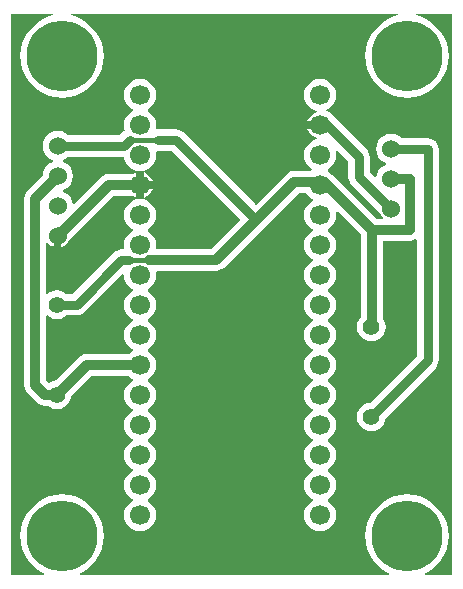
<source format=gbl>
G04 Layer_Physical_Order=2*
G04 Layer_Color=16711680*
%FSLAX24Y24*%
%MOIN*%
G70*
G01*
G75*
%ADD10C,0.2362*%
%ADD11C,0.0669*%
%ADD12C,0.0600*%
%ADD13C,0.0551*%
%ADD14C,0.0157*%
%ADD15C,0.0315*%
%ADD16C,0.0320*%
G36*
X-36500Y40200D02*
X-37401D01*
X-37411Y40249D01*
X-37371Y40266D01*
X-37186Y40379D01*
X-37020Y40520D01*
X-36879Y40686D01*
X-36766Y40871D01*
X-36682Y41072D01*
X-36632Y41283D01*
X-36615Y41500D01*
X-36632Y41717D01*
X-36682Y41928D01*
X-36766Y42129D01*
X-36879Y42314D01*
X-37020Y42480D01*
X-37186Y42621D01*
X-37371Y42734D01*
X-37572Y42818D01*
X-37783Y42868D01*
X-38000Y42885D01*
X-38217Y42868D01*
X-38428Y42818D01*
X-38629Y42734D01*
X-38814Y42621D01*
X-38980Y42480D01*
X-39121Y42314D01*
X-39234Y42129D01*
X-39318Y41928D01*
X-39368Y41717D01*
X-39385Y41500D01*
X-39368Y41283D01*
X-39318Y41072D01*
X-39234Y40871D01*
X-39121Y40686D01*
X-38980Y40520D01*
X-38814Y40379D01*
X-38629Y40266D01*
X-38589Y40249D01*
X-38599Y40200D01*
X-48901D01*
X-48911Y40249D01*
X-48871Y40266D01*
X-48686Y40379D01*
X-48520Y40520D01*
X-48379Y40686D01*
X-48266Y40871D01*
X-48182Y41072D01*
X-48132Y41283D01*
X-48115Y41500D01*
X-48132Y41717D01*
X-48182Y41928D01*
X-48266Y42129D01*
X-48379Y42314D01*
X-48520Y42480D01*
X-48686Y42621D01*
X-48871Y42734D01*
X-49072Y42818D01*
X-49283Y42868D01*
X-49500Y42885D01*
X-49717Y42868D01*
X-49928Y42818D01*
X-50129Y42734D01*
X-50314Y42621D01*
X-50480Y42480D01*
X-50621Y42314D01*
X-50734Y42129D01*
X-50818Y41928D01*
X-50868Y41717D01*
X-50885Y41500D01*
X-50868Y41283D01*
X-50818Y41072D01*
X-50734Y40871D01*
X-50621Y40686D01*
X-50480Y40520D01*
X-50314Y40379D01*
X-50129Y40266D01*
X-50089Y40249D01*
X-50099Y40200D01*
X-51200D01*
Y58900D01*
X-49799D01*
X-49793Y58850D01*
X-49928Y58818D01*
X-50129Y58734D01*
X-50314Y58621D01*
X-50480Y58480D01*
X-50621Y58314D01*
X-50734Y58129D01*
X-50818Y57928D01*
X-50868Y57717D01*
X-50885Y57500D01*
X-50868Y57283D01*
X-50818Y57072D01*
X-50734Y56871D01*
X-50621Y56686D01*
X-50480Y56520D01*
X-50314Y56379D01*
X-50129Y56266D01*
X-49928Y56182D01*
X-49717Y56132D01*
X-49500Y56115D01*
X-49283Y56132D01*
X-49072Y56182D01*
X-48871Y56266D01*
X-48686Y56379D01*
X-48520Y56520D01*
X-48379Y56686D01*
X-48266Y56871D01*
X-48182Y57072D01*
X-48132Y57283D01*
X-48115Y57500D01*
X-48132Y57717D01*
X-48182Y57928D01*
X-48266Y58129D01*
X-48379Y58314D01*
X-48520Y58480D01*
X-48686Y58621D01*
X-48871Y58734D01*
X-49072Y58818D01*
X-49207Y58850D01*
X-49201Y58900D01*
X-38299D01*
X-38293Y58850D01*
X-38428Y58818D01*
X-38629Y58734D01*
X-38814Y58621D01*
X-38980Y58480D01*
X-39121Y58314D01*
X-39234Y58129D01*
X-39318Y57928D01*
X-39368Y57717D01*
X-39385Y57500D01*
X-39368Y57283D01*
X-39318Y57072D01*
X-39234Y56871D01*
X-39121Y56686D01*
X-38980Y56520D01*
X-38814Y56379D01*
X-38629Y56266D01*
X-38428Y56182D01*
X-38217Y56132D01*
X-38000Y56115D01*
X-37783Y56132D01*
X-37572Y56182D01*
X-37371Y56266D01*
X-37186Y56379D01*
X-37020Y56520D01*
X-36879Y56686D01*
X-36766Y56871D01*
X-36682Y57072D01*
X-36632Y57283D01*
X-36615Y57500D01*
X-36632Y57717D01*
X-36682Y57928D01*
X-36766Y58129D01*
X-36879Y58314D01*
X-37020Y58480D01*
X-37186Y58621D01*
X-37371Y58734D01*
X-37572Y58818D01*
X-37707Y58850D01*
X-37701Y58900D01*
X-36500D01*
Y40200D01*
D02*
G37*
%LPC*%
G36*
X-40900Y56739D02*
X-41040Y56721D01*
X-41170Y56667D01*
X-41281Y56581D01*
X-41367Y56470D01*
X-41421Y56340D01*
X-41439Y56200D01*
X-41421Y56060D01*
X-41367Y55930D01*
X-41281Y55819D01*
X-41170Y55733D01*
X-41040Y55679D01*
X-41007Y55675D01*
Y55624D01*
X-41013Y55623D01*
X-41119Y55580D01*
X-41210Y55510D01*
X-41280Y55419D01*
X-41321Y55320D01*
X-40900D01*
Y55080D01*
X-41321D01*
X-41280Y54981D01*
X-41210Y54890D01*
X-41119Y54820D01*
X-41013Y54777D01*
X-41007Y54776D01*
Y54725D01*
X-41040Y54721D01*
X-41170Y54667D01*
X-41281Y54581D01*
X-41367Y54470D01*
X-41421Y54340D01*
X-41439Y54200D01*
X-41421Y54060D01*
X-41367Y53930D01*
X-41281Y53819D01*
X-41192Y53750D01*
X-41184Y53693D01*
X-41187Y53686D01*
X-41200Y53673D01*
X-41760D01*
X-41854Y53661D01*
X-41942Y53624D01*
X-42017Y53567D01*
X-42017Y53567D01*
X-43037Y52547D01*
X-45445Y54955D01*
X-45520Y55012D01*
X-45607Y55048D01*
X-45700Y55061D01*
X-46300D01*
X-46329Y55057D01*
X-46374Y55101D01*
X-46361Y55200D01*
X-46379Y55340D01*
X-46433Y55470D01*
X-46519Y55581D01*
X-46630Y55667D01*
X-46650Y55675D01*
Y55725D01*
X-46630Y55733D01*
X-46519Y55819D01*
X-46433Y55930D01*
X-46379Y56060D01*
X-46361Y56200D01*
X-46379Y56340D01*
X-46433Y56470D01*
X-46519Y56581D01*
X-46630Y56667D01*
X-46760Y56721D01*
X-46900Y56739D01*
X-47040Y56721D01*
X-47170Y56667D01*
X-47281Y56581D01*
X-47367Y56470D01*
X-47421Y56340D01*
X-47439Y56200D01*
X-47421Y56060D01*
X-47367Y55930D01*
X-47281Y55819D01*
X-47170Y55733D01*
X-47150Y55725D01*
Y55675D01*
X-47170Y55667D01*
X-47281Y55581D01*
X-47367Y55470D01*
X-47421Y55340D01*
X-47439Y55200D01*
X-47421Y55060D01*
X-47412Y55040D01*
X-47424Y55012D01*
X-47499Y54955D01*
X-47593Y54861D01*
X-49289D01*
X-49388Y54937D01*
X-49509Y54987D01*
X-49640Y55004D01*
X-49771Y54987D01*
X-49892Y54937D01*
X-49997Y54857D01*
X-50077Y54752D01*
X-50127Y54631D01*
X-50144Y54500D01*
X-50127Y54369D01*
X-50077Y54248D01*
X-49997Y54143D01*
X-49892Y54063D01*
X-49805Y54027D01*
Y53973D01*
X-49892Y53937D01*
X-49997Y53857D01*
X-50077Y53752D01*
X-50127Y53631D01*
X-50143Y53511D01*
X-50657Y52997D01*
X-50714Y52922D01*
X-50751Y52834D01*
X-50763Y52740D01*
Y46530D01*
X-50751Y46436D01*
X-50714Y46348D01*
X-50657Y46273D01*
X-50337Y45953D01*
X-50337Y45953D01*
X-50262Y45896D01*
X-50174Y45859D01*
X-50080Y45847D01*
X-49978D01*
X-49910Y45795D01*
X-49794Y45747D01*
X-49670Y45730D01*
X-49546Y45747D01*
X-49430Y45795D01*
X-49331Y45871D01*
X-49255Y45970D01*
X-49207Y46086D01*
X-49195Y46171D01*
X-48530Y46837D01*
X-47295D01*
X-47281Y46819D01*
X-47170Y46733D01*
X-47150Y46725D01*
Y46675D01*
X-47170Y46667D01*
X-47281Y46581D01*
X-47367Y46470D01*
X-47421Y46340D01*
X-47439Y46200D01*
X-47421Y46060D01*
X-47367Y45930D01*
X-47281Y45819D01*
X-47170Y45733D01*
X-47150Y45725D01*
Y45675D01*
X-47170Y45667D01*
X-47281Y45581D01*
X-47367Y45470D01*
X-47421Y45340D01*
X-47439Y45200D01*
X-47421Y45060D01*
X-47367Y44930D01*
X-47281Y44819D01*
X-47170Y44733D01*
X-47150Y44725D01*
Y44675D01*
X-47170Y44667D01*
X-47281Y44581D01*
X-47367Y44470D01*
X-47421Y44340D01*
X-47439Y44200D01*
X-47421Y44060D01*
X-47367Y43930D01*
X-47281Y43819D01*
X-47170Y43733D01*
X-47150Y43725D01*
Y43675D01*
X-47170Y43667D01*
X-47281Y43581D01*
X-47367Y43470D01*
X-47421Y43340D01*
X-47439Y43200D01*
X-47421Y43060D01*
X-47367Y42930D01*
X-47281Y42819D01*
X-47170Y42733D01*
X-47150Y42725D01*
Y42675D01*
X-47170Y42667D01*
X-47281Y42581D01*
X-47367Y42470D01*
X-47421Y42340D01*
X-47439Y42200D01*
X-47421Y42060D01*
X-47367Y41930D01*
X-47281Y41819D01*
X-47170Y41733D01*
X-47040Y41679D01*
X-46900Y41661D01*
X-46760Y41679D01*
X-46630Y41733D01*
X-46519Y41819D01*
X-46433Y41930D01*
X-46379Y42060D01*
X-46361Y42200D01*
X-46379Y42340D01*
X-46433Y42470D01*
X-46519Y42581D01*
X-46630Y42667D01*
X-46650Y42675D01*
Y42725D01*
X-46630Y42733D01*
X-46519Y42819D01*
X-46433Y42930D01*
X-46379Y43060D01*
X-46361Y43200D01*
X-46379Y43340D01*
X-46433Y43470D01*
X-46519Y43581D01*
X-46630Y43667D01*
X-46650Y43675D01*
Y43725D01*
X-46630Y43733D01*
X-46519Y43819D01*
X-46433Y43930D01*
X-46379Y44060D01*
X-46361Y44200D01*
X-46379Y44340D01*
X-46433Y44470D01*
X-46519Y44581D01*
X-46630Y44667D01*
X-46650Y44675D01*
Y44725D01*
X-46630Y44733D01*
X-46519Y44819D01*
X-46433Y44930D01*
X-46379Y45060D01*
X-46361Y45200D01*
X-46379Y45340D01*
X-46433Y45470D01*
X-46519Y45581D01*
X-46630Y45667D01*
X-46650Y45675D01*
Y45725D01*
X-46630Y45733D01*
X-46519Y45819D01*
X-46433Y45930D01*
X-46379Y46060D01*
X-46361Y46200D01*
X-46379Y46340D01*
X-46433Y46470D01*
X-46519Y46581D01*
X-46630Y46667D01*
X-46650Y46675D01*
Y46725D01*
X-46630Y46733D01*
X-46519Y46819D01*
X-46433Y46930D01*
X-46379Y47060D01*
X-46361Y47200D01*
X-46379Y47340D01*
X-46433Y47470D01*
X-46519Y47581D01*
X-46630Y47667D01*
X-46650Y47675D01*
Y47725D01*
X-46630Y47733D01*
X-46519Y47819D01*
X-46433Y47930D01*
X-46379Y48060D01*
X-46361Y48200D01*
X-46379Y48340D01*
X-46433Y48470D01*
X-46519Y48581D01*
X-46630Y48667D01*
X-46650Y48675D01*
Y48725D01*
X-46630Y48733D01*
X-46519Y48819D01*
X-46433Y48930D01*
X-46379Y49060D01*
X-46361Y49200D01*
X-46379Y49340D01*
X-46433Y49470D01*
X-46519Y49581D01*
X-46630Y49667D01*
X-46650Y49675D01*
Y49725D01*
X-46630Y49733D01*
X-46519Y49819D01*
X-46433Y49930D01*
X-46379Y50060D01*
X-46361Y50200D01*
X-46374Y50299D01*
X-46341Y50337D01*
X-44370D01*
X-44276Y50349D01*
X-44188Y50386D01*
X-44113Y50443D01*
X-41610Y52947D01*
X-41374D01*
X-41367Y52930D01*
X-41281Y52819D01*
X-41170Y52733D01*
X-41150Y52725D01*
Y52675D01*
X-41170Y52667D01*
X-41281Y52581D01*
X-41367Y52470D01*
X-41421Y52340D01*
X-41439Y52200D01*
X-41421Y52060D01*
X-41367Y51930D01*
X-41281Y51819D01*
X-41170Y51733D01*
X-41150Y51725D01*
Y51675D01*
X-41170Y51667D01*
X-41281Y51581D01*
X-41367Y51470D01*
X-41421Y51340D01*
X-41439Y51200D01*
X-41421Y51060D01*
X-41367Y50930D01*
X-41281Y50819D01*
X-41170Y50733D01*
X-41150Y50725D01*
Y50675D01*
X-41170Y50667D01*
X-41281Y50581D01*
X-41367Y50470D01*
X-41421Y50340D01*
X-41439Y50200D01*
X-41421Y50060D01*
X-41367Y49930D01*
X-41281Y49819D01*
X-41170Y49733D01*
X-41150Y49725D01*
Y49675D01*
X-41170Y49667D01*
X-41281Y49581D01*
X-41367Y49470D01*
X-41421Y49340D01*
X-41439Y49200D01*
X-41421Y49060D01*
X-41367Y48930D01*
X-41281Y48819D01*
X-41170Y48733D01*
X-41150Y48725D01*
Y48675D01*
X-41170Y48667D01*
X-41281Y48581D01*
X-41367Y48470D01*
X-41421Y48340D01*
X-41439Y48200D01*
X-41421Y48060D01*
X-41367Y47930D01*
X-41281Y47819D01*
X-41170Y47733D01*
X-41150Y47725D01*
Y47675D01*
X-41170Y47667D01*
X-41281Y47581D01*
X-41367Y47470D01*
X-41421Y47340D01*
X-41439Y47200D01*
X-41421Y47060D01*
X-41367Y46930D01*
X-41281Y46819D01*
X-41170Y46733D01*
X-41150Y46725D01*
Y46675D01*
X-41170Y46667D01*
X-41281Y46581D01*
X-41367Y46470D01*
X-41421Y46340D01*
X-41439Y46200D01*
X-41421Y46060D01*
X-41367Y45930D01*
X-41281Y45819D01*
X-41170Y45733D01*
X-41150Y45725D01*
Y45675D01*
X-41170Y45667D01*
X-41281Y45581D01*
X-41367Y45470D01*
X-41421Y45340D01*
X-41439Y45200D01*
X-41421Y45060D01*
X-41367Y44930D01*
X-41281Y44819D01*
X-41170Y44733D01*
X-41150Y44725D01*
Y44675D01*
X-41170Y44667D01*
X-41281Y44581D01*
X-41367Y44470D01*
X-41421Y44340D01*
X-41439Y44200D01*
X-41421Y44060D01*
X-41367Y43930D01*
X-41281Y43819D01*
X-41170Y43733D01*
X-41150Y43725D01*
Y43675D01*
X-41170Y43667D01*
X-41281Y43581D01*
X-41367Y43470D01*
X-41421Y43340D01*
X-41439Y43200D01*
X-41421Y43060D01*
X-41367Y42930D01*
X-41281Y42819D01*
X-41170Y42733D01*
X-41150Y42725D01*
Y42675D01*
X-41170Y42667D01*
X-41281Y42581D01*
X-41367Y42470D01*
X-41421Y42340D01*
X-41439Y42200D01*
X-41421Y42060D01*
X-41367Y41930D01*
X-41281Y41819D01*
X-41170Y41733D01*
X-41040Y41679D01*
X-40900Y41661D01*
X-40760Y41679D01*
X-40630Y41733D01*
X-40519Y41819D01*
X-40433Y41930D01*
X-40379Y42060D01*
X-40361Y42200D01*
X-40379Y42340D01*
X-40433Y42470D01*
X-40519Y42581D01*
X-40630Y42667D01*
X-40650Y42675D01*
Y42725D01*
X-40630Y42733D01*
X-40519Y42819D01*
X-40433Y42930D01*
X-40379Y43060D01*
X-40361Y43200D01*
X-40379Y43340D01*
X-40433Y43470D01*
X-40519Y43581D01*
X-40630Y43667D01*
X-40650Y43675D01*
Y43725D01*
X-40630Y43733D01*
X-40519Y43819D01*
X-40433Y43930D01*
X-40379Y44060D01*
X-40361Y44200D01*
X-40379Y44340D01*
X-40433Y44470D01*
X-40519Y44581D01*
X-40630Y44667D01*
X-40650Y44675D01*
Y44725D01*
X-40630Y44733D01*
X-40519Y44819D01*
X-40433Y44930D01*
X-40379Y45060D01*
X-40361Y45200D01*
X-40379Y45340D01*
X-40433Y45470D01*
X-40519Y45581D01*
X-40630Y45667D01*
X-40650Y45675D01*
Y45725D01*
X-40630Y45733D01*
X-40519Y45819D01*
X-40433Y45930D01*
X-40379Y46060D01*
X-40361Y46200D01*
X-40379Y46340D01*
X-40433Y46470D01*
X-40519Y46581D01*
X-40630Y46667D01*
X-40650Y46675D01*
Y46725D01*
X-40630Y46733D01*
X-40519Y46819D01*
X-40433Y46930D01*
X-40379Y47060D01*
X-40361Y47200D01*
X-40379Y47340D01*
X-40433Y47470D01*
X-40519Y47581D01*
X-40630Y47667D01*
X-40650Y47675D01*
Y47725D01*
X-40630Y47733D01*
X-40519Y47819D01*
X-40433Y47930D01*
X-40379Y48060D01*
X-40361Y48200D01*
X-40379Y48340D01*
X-40433Y48470D01*
X-40519Y48581D01*
X-40630Y48667D01*
X-40650Y48675D01*
Y48725D01*
X-40630Y48733D01*
X-40519Y48819D01*
X-40433Y48930D01*
X-40379Y49060D01*
X-40361Y49200D01*
X-40379Y49340D01*
X-40433Y49470D01*
X-40519Y49581D01*
X-40630Y49667D01*
X-40650Y49675D01*
Y49725D01*
X-40630Y49733D01*
X-40519Y49819D01*
X-40433Y49930D01*
X-40379Y50060D01*
X-40361Y50200D01*
X-40379Y50340D01*
X-40433Y50470D01*
X-40519Y50581D01*
X-40630Y50667D01*
X-40650Y50675D01*
Y50725D01*
X-40630Y50733D01*
X-40519Y50819D01*
X-40433Y50930D01*
X-40379Y51060D01*
X-40361Y51200D01*
X-40379Y51340D01*
X-40433Y51470D01*
X-40519Y51581D01*
X-40630Y51667D01*
X-40650Y51675D01*
Y51725D01*
X-40630Y51733D01*
X-40519Y51819D01*
X-40433Y51930D01*
X-40379Y52060D01*
X-40361Y52200D01*
X-40372Y52286D01*
X-40329Y52340D01*
X-40315Y52342D01*
X-39523Y51550D01*
Y48814D01*
X-39529Y48809D01*
X-39605Y48710D01*
X-39653Y48594D01*
X-39670Y48470D01*
X-39653Y48346D01*
X-39605Y48230D01*
X-39529Y48131D01*
X-39430Y48055D01*
X-39314Y48007D01*
X-39190Y47990D01*
X-39066Y48007D01*
X-38950Y48055D01*
X-38851Y48131D01*
X-38775Y48230D01*
X-38727Y48346D01*
X-38710Y48470D01*
X-38727Y48594D01*
X-38775Y48710D01*
X-38797Y48739D01*
Y51337D01*
X-37900D01*
X-37806Y51349D01*
X-37718Y51386D01*
X-37705Y51396D01*
X-37661Y51373D01*
Y47509D01*
X-39225Y45945D01*
X-39314Y45933D01*
X-39430Y45885D01*
X-39529Y45809D01*
X-39605Y45710D01*
X-39653Y45594D01*
X-39670Y45470D01*
X-39653Y45346D01*
X-39605Y45230D01*
X-39529Y45131D01*
X-39430Y45055D01*
X-39314Y45007D01*
X-39190Y44990D01*
X-39066Y45007D01*
X-38950Y45055D01*
X-38851Y45131D01*
X-38775Y45230D01*
X-38727Y45346D01*
X-38715Y45435D01*
X-37045Y47105D01*
X-36988Y47180D01*
X-36952Y47267D01*
X-36939Y47360D01*
Y54400D01*
X-36952Y54493D01*
X-36988Y54580D01*
X-37045Y54655D01*
X-37120Y54712D01*
X-37207Y54748D01*
X-37300Y54761D01*
X-38179D01*
X-38278Y54837D01*
X-38400Y54887D01*
X-38530Y54904D01*
X-38661Y54887D01*
X-38782Y54837D01*
X-38887Y54757D01*
X-38967Y54652D01*
X-39017Y54531D01*
X-39035Y54400D01*
X-39017Y54269D01*
X-38967Y54148D01*
X-38887Y54043D01*
X-38782Y53963D01*
X-38695Y53927D01*
Y53873D01*
X-38782Y53837D01*
X-38887Y53757D01*
X-38967Y53652D01*
X-39017Y53531D01*
X-39026Y53469D01*
X-39073Y53453D01*
X-39239Y53619D01*
Y54140D01*
X-39252Y54233D01*
X-39288Y54320D01*
X-39345Y54395D01*
X-40515Y55565D01*
X-40590Y55622D01*
X-40677Y55658D01*
X-40679Y55659D01*
X-40686Y55710D01*
X-40630Y55733D01*
X-40519Y55819D01*
X-40433Y55930D01*
X-40379Y56060D01*
X-40361Y56200D01*
X-40379Y56340D01*
X-40433Y56470D01*
X-40519Y56581D01*
X-40630Y56667D01*
X-40760Y56721D01*
X-40900Y56739D01*
D02*
G37*
%LPD*%
G36*
X-39961Y53991D02*
Y53470D01*
X-39948Y53376D01*
X-39912Y53289D01*
X-39855Y53215D01*
X-38909Y52269D01*
X-38880Y52198D01*
X-38816Y52115D01*
X-38810Y52110D01*
X-38826Y52063D01*
X-39010D01*
X-40489Y53542D01*
X-40519Y53581D01*
X-40630Y53667D01*
X-40650Y53675D01*
Y53725D01*
X-40630Y53733D01*
X-40519Y53819D01*
X-40433Y53930D01*
X-40379Y54060D01*
X-40361Y54200D01*
X-40379Y54338D01*
X-40377Y54341D01*
X-40336Y54366D01*
X-39961Y53991D01*
D02*
G37*
G36*
X-46300Y54339D02*
X-45849D01*
X-43572Y52062D01*
Y52012D01*
X-44520Y51063D01*
X-46341D01*
X-46374Y51101D01*
X-46361Y51200D01*
X-46379Y51340D01*
X-46433Y51470D01*
X-46519Y51581D01*
X-46630Y51667D01*
X-46650Y51675D01*
Y51725D01*
X-46630Y51733D01*
X-46519Y51819D01*
X-46433Y51930D01*
X-46379Y52060D01*
X-46361Y52200D01*
X-46379Y52340D01*
X-46433Y52470D01*
X-46519Y52581D01*
X-46630Y52667D01*
X-46760Y52721D01*
X-46793Y52725D01*
Y52725D01*
X-46900Y52739D01*
X-47007Y52725D01*
Y52725D01*
X-47040Y52721D01*
X-47170Y52667D01*
X-47281Y52581D01*
X-47367Y52470D01*
X-47421Y52340D01*
X-47439Y52200D01*
X-47421Y52060D01*
X-47367Y51930D01*
X-47281Y51819D01*
X-47170Y51733D01*
X-47150Y51725D01*
Y51675D01*
X-47170Y51667D01*
X-47281Y51581D01*
X-47367Y51470D01*
X-47421Y51340D01*
X-47439Y51200D01*
X-47426Y51098D01*
X-47459Y51061D01*
X-47520D01*
X-47613Y51048D01*
X-47700Y51012D01*
X-47775Y50955D01*
X-49159Y49571D01*
X-49359D01*
X-49430Y49625D01*
X-49546Y49673D01*
X-49670Y49690D01*
X-49794Y49673D01*
X-49910Y49625D01*
X-49987Y49566D01*
X-50037Y49591D01*
Y51268D01*
X-49992Y51295D01*
X-49987Y51295D01*
X-49925Y51215D01*
X-49842Y51151D01*
X-49760Y51117D01*
Y51500D01*
X-49520D01*
Y51117D01*
X-49438Y51151D01*
X-49355Y51215D01*
X-49291Y51298D01*
X-49264Y51362D01*
X-47790Y52837D01*
X-47141D01*
X-47119Y52820D01*
X-47020Y52779D01*
Y53200D01*
Y53621D01*
X-47119Y53580D01*
X-47141Y53563D01*
X-47940D01*
X-48034Y53551D01*
X-48122Y53514D01*
X-48197Y53457D01*
X-49098Y52556D01*
X-49145Y52572D01*
X-49153Y52631D01*
X-49203Y52752D01*
X-49283Y52857D01*
X-49388Y52937D01*
X-49475Y52973D01*
Y53027D01*
X-49388Y53063D01*
X-49283Y53143D01*
X-49203Y53248D01*
X-49153Y53369D01*
X-49136Y53500D01*
X-49153Y53631D01*
X-49203Y53752D01*
X-49283Y53857D01*
X-49388Y53937D01*
X-49475Y53973D01*
Y54027D01*
X-49388Y54063D01*
X-49289Y54139D01*
X-47444D01*
X-47432Y54141D01*
X-47421Y54060D01*
X-47367Y53930D01*
X-47281Y53819D01*
X-47170Y53733D01*
X-47040Y53679D01*
X-47007Y53675D01*
Y53675D01*
X-46900Y53661D01*
X-46793Y53675D01*
Y53675D01*
X-46760Y53679D01*
X-46630Y53733D01*
X-46519Y53819D01*
X-46433Y53930D01*
X-46379Y54060D01*
X-46361Y54200D01*
X-46374Y54299D01*
X-46329Y54343D01*
X-46300Y54339D01*
D02*
G37*
G36*
X-47439Y50204D02*
X-47439Y50200D01*
X-47421Y50060D01*
X-47367Y49930D01*
X-47281Y49819D01*
X-47170Y49733D01*
X-47150Y49725D01*
Y49675D01*
X-47170Y49667D01*
X-47281Y49581D01*
X-47367Y49470D01*
X-47421Y49340D01*
X-47439Y49200D01*
X-47421Y49060D01*
X-47367Y48930D01*
X-47281Y48819D01*
X-47170Y48733D01*
X-47150Y48725D01*
Y48675D01*
X-47170Y48667D01*
X-47281Y48581D01*
X-47367Y48470D01*
X-47421Y48340D01*
X-47439Y48200D01*
X-47421Y48060D01*
X-47367Y47930D01*
X-47281Y47819D01*
X-47170Y47733D01*
X-47150Y47725D01*
Y47675D01*
X-47170Y47667D01*
X-47281Y47581D01*
X-47295Y47563D01*
X-48680D01*
X-48774Y47551D01*
X-48862Y47514D01*
X-48937Y47457D01*
X-48937Y47457D01*
X-49709Y46685D01*
X-49794Y46673D01*
X-49910Y46625D01*
X-49951Y46594D01*
X-50037Y46680D01*
Y48829D01*
X-49987Y48854D01*
X-49910Y48795D01*
X-49794Y48747D01*
X-49670Y48730D01*
X-49546Y48747D01*
X-49430Y48795D01*
X-49359Y48849D01*
X-49010D01*
X-48917Y48862D01*
X-48830Y48898D01*
X-48755Y48955D01*
X-47484Y50227D01*
X-47439Y50204D01*
D02*
G37*
%LPC*%
G36*
X-46780Y53621D02*
Y53320D01*
X-46479D01*
X-46520Y53419D01*
X-46590Y53510D01*
X-46681Y53580D01*
X-46780Y53621D01*
D02*
G37*
G36*
X-46479Y53080D02*
X-46780D01*
Y52779D01*
X-46681Y52820D01*
X-46590Y52890D01*
X-46520Y52981D01*
X-46479Y53080D01*
D02*
G37*
%LPD*%
G54D10*
X-49500Y41500D02*
D03*
X-38000D02*
D03*
Y57500D02*
D03*
X-49500D02*
D03*
G54D11*
X-46900Y56200D02*
D03*
X-40900D02*
D03*
X-46900Y55200D02*
D03*
Y54200D02*
D03*
Y50200D02*
D03*
Y53200D02*
D03*
Y52200D02*
D03*
Y51200D02*
D03*
Y49200D02*
D03*
Y48200D02*
D03*
Y47200D02*
D03*
Y46200D02*
D03*
Y45200D02*
D03*
Y44200D02*
D03*
Y43200D02*
D03*
Y42200D02*
D03*
X-40900D02*
D03*
Y43200D02*
D03*
Y44200D02*
D03*
Y45200D02*
D03*
Y46200D02*
D03*
Y47200D02*
D03*
Y48200D02*
D03*
Y49200D02*
D03*
Y50200D02*
D03*
Y51200D02*
D03*
Y52200D02*
D03*
Y53200D02*
D03*
Y54200D02*
D03*
Y55200D02*
D03*
G54D12*
X-49640Y51500D02*
D03*
Y52500D02*
D03*
Y53500D02*
D03*
Y54500D02*
D03*
X-38530Y52400D02*
D03*
Y53400D02*
D03*
Y54400D02*
D03*
G54D13*
X-49670Y49210D02*
D03*
Y46210D02*
D03*
X-39190Y45470D02*
D03*
Y48470D02*
D03*
G54D14*
X-47244Y54700D02*
X-46300D01*
X-47260Y50700D02*
X-46600D01*
G54D15*
X-47444Y54500D02*
X-47244Y54700D01*
X-45700D02*
X-43070Y52070D01*
X-46300Y54700D02*
X-45700D01*
X-49640Y54500D02*
X-47444D01*
X-47520Y50700D02*
X-47260D01*
X-49010Y49210D02*
X-47520Y50700D01*
X-49670Y49210D02*
X-49010D01*
X-40770Y55310D02*
X-39600Y54140D01*
Y53470D02*
Y54140D01*
Y53470D02*
X-38530Y52400D01*
X-39190Y45470D02*
X-37300Y47360D01*
X-38530Y54400D02*
X-37300D01*
Y47360D02*
Y54400D01*
G54D16*
X-46600Y50700D02*
X-44370D01*
X-41760Y53310D01*
X-48680Y47200D02*
X-46900D01*
X-47940Y53200D02*
X-47000D01*
X-49640Y51500D02*
X-47940Y53200D01*
X-50080Y46210D02*
X-49670D01*
X-41760Y53310D02*
X-40770D01*
X-49670Y46210D02*
X-48680Y47200D01*
X-50400Y46530D02*
X-50080Y46210D01*
X-50400Y46530D02*
Y52740D01*
X-49640Y53500D01*
X-40770Y53310D02*
X-39160Y51700D01*
X-37900D01*
Y53400D01*
X-38530D02*
X-37900D01*
X-39160Y48500D02*
Y51700D01*
X-39190Y48470D02*
X-39160Y48500D01*
M02*

</source>
